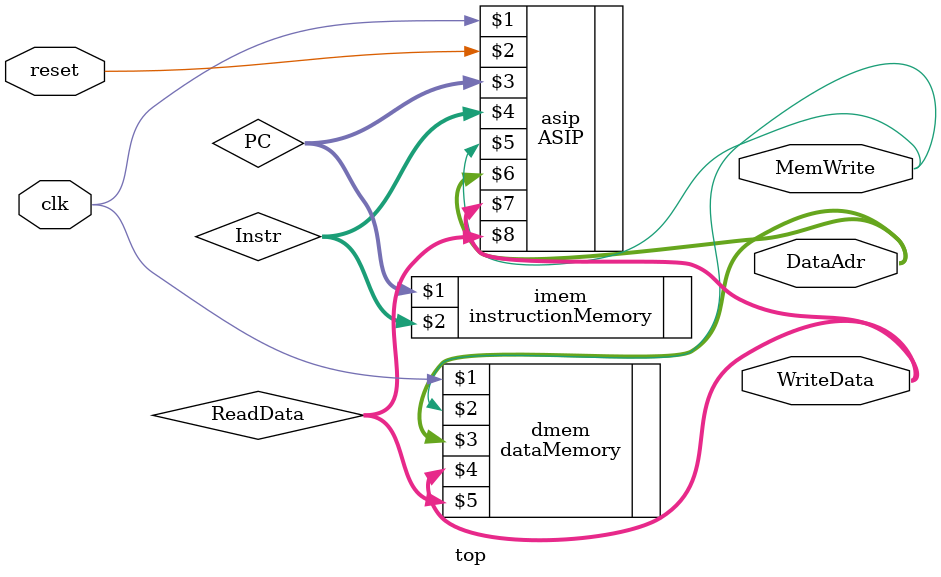
<source format=sv>
module top(input  logic        clk, reset, 
           output logic [16:0] WriteData, DataAdr, 
           output logic        MemWrite);

  logic [16:0] PC, Instr, ReadData;
  
  // instantiate processor and memories
  ASIP asip(clk, reset, PC, Instr, MemWrite, DataAdr, 
          WriteData, ReadData);
			 
  instructionMemory imem(PC, Instr);
  dataMemory dmem(clk, MemWrite, DataAdr, WriteData, ReadData);
  
endmodule
</source>
